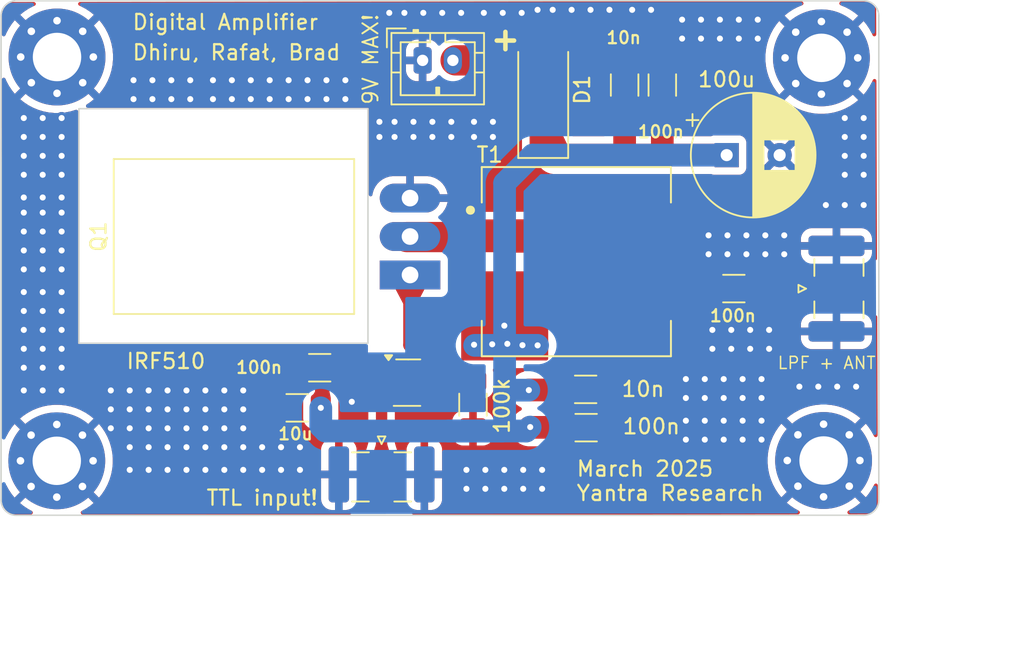
<source format=kicad_pcb>
(kicad_pcb (version 20241229) (generator "pcbnew") (generator_version "9.0")
  (layers (0 "F.Cu" signal) (2 "B.Cu" signal) (13 "F.Paste" user) (5 "F.SilkS" user "F.Silkscreen") (1 "F.Mask" user) (3 "B.Mask" user) (25 "Edge.Cuts" user))
  (net 0 "")
  (net 1 "GND")
  (net 2 "Net-(Q1-G)")
  (net 3 "/DRAIN")
  (net 4 "Net-(RF_OUT1-In)")
  (net 5 "Net-(D1-A)")
  (net 6 "Net-(RF_IN1-In)")
  (net 7 "Net-(C3-Pad2)")
  (net 8 "+VDC")
  (footprint "MountingHole:MountingHole_3.2mm_M3_Pad_Via" (layer "F.Cu") (at 3.68 30.4)
    (property "Reference" "H3" (hide yes))
    (property "Value" "MountingHole_Pad" (hide yes))
    (pad "1" thru_hole circle (at -2.4 0) (size 0.8 0.8) (drill 0.5) (layers "*.Cu" "*.Mask") (net 1 "GND"))
    (pad "1" thru_hole circle (at -1.697056 -1.697056) (size 0.8 0.8) (drill 0.5) (layers "*.Cu" "*.Mask") (net 1 "GND"))
    (pad "1" thru_hole circle (at -1.697056 1.697056) (size 0.8 0.8) (drill 0.5) (layers "*.Cu" "*.Mask") (net 1 "GND"))
    (pad "1" thru_hole circle (at 0 -2.4) (size 0.8 0.8) (drill 0.5) (layers "*.Cu" "*.Mask") (net 1 "GND"))
    (pad "1" thru_hole circle (at 0 0) (size 6.4 6.4) (drill 3.2) (layers "*.Cu" "*.Mask") (net 1 "GND"))
    (pad "1" thru_hole circle (at 0 2.4) (size 0.8 0.8) (drill 0.5) (layers "*.Cu" "*.Mask") (net 1 "GND"))
    (pad "1" thru_hole circle (at 1.697056 -1.697056) (size 0.8 0.8) (drill 0.5) (layers "*.Cu" "*.Mask") (net 1 "GND"))
    (pad "1" thru_hole circle (at 1.697056 1.697056) (size 0.8 0.8) (drill 0.5) (layers "*.Cu" "*.Mask") (net 1 "GND"))
    (pad "1" thru_hole circle (at 2.4 0) (size 0.8 0.8) (drill 0.5) (layers "*.Cu" "*.Mask") (net 1 "GND"))
  )
  (footprint "footprints:TO-220-3_Horizontal_TabDown" (layer "F.Cu") (at 27.022944 18.12 90)
    (property "Reference" "Q1" (at 2.54 -20.58 90) (layer "F.SilkS"))
    (property "Value" "IRF510" (hide yes))
    (pad "" np_thru_hole oval (at 2.54 -16.66 90) (size 3.5 3.5) (drill 3.5) (layers "*.Cu" "*.Mask"))
    (pad "1" thru_hole rect (at 0 0 90) (size 1.905 4) (drill 1.1) (layers "*.Cu" "*.Mask") (net 2 "Net-(Q1-G)"))
    (pad "2" thru_hole oval (at 2.54 0 90) (size 1.905 4) (drill 1.1) (layers "*.Cu" "*.Mask") (net 3 "/DRAIN"))
    (pad "3" thru_hole oval (at 5.08 0 90) (size 1.905 4) (drill 1.1) (layers "*.Cu" "*.Mask") (net 1 "GND"))
  )
  (footprint "Connector_Coaxial:SMA_Samtec_SMA-J-P-H-ST-EM1_EdgeMount" (layer "F.Cu") (at 55.45 19.025)
    (property "Reference" "RF_OUT1" (hide yes))
    (property "Value" "SMA" (hide yes))
    (pad "1" smd roundrect (at 0 0 90) (size 1.27 3.2) (layers "F.Cu" "F.Mask") (roundrect_rratio 0.1968503937) (net 4 "Net-(RF_OUT1-In)"))
    (pad "2" smd roundrect (at -0.25 -2.825 90) (size 1.35 3.7) (layers "F.Cu" "F.Mask") (roundrect_rratio 0.1851851852) (net 1 "GND"))
    (pad "2" smd roundrect (at -0.25 -2.825 90) (size 1.35 3.7) (layers "B.Cu" "B.Mask") (roundrect_rratio 0.1851851852) (net 1 "GND"))
    (pad "2" smd roundrect (at -0.25 2.825 90) (size 1.35 3.7) (layers "F.Cu" "F.Mask") (roundrect_rratio 0.1851851852) (net 1 "GND"))
    (pad "2" smd roundrect (at -0.25 2.825 90) (size 1.35 3.7) (layers "B.Cu" "B.Mask") (roundrect_rratio 0.1851851852) (net 1 "GND"))
  )
  (footprint "Capacitor_SMD:C_1206_3216Metric_Pad1.33x1.80mm_HandSolder" (layer "F.Cu") (at 38.66 28.21)
    (property "Reference" "C12" (hide yes))
    (property "Value" "100n" (at 4.31 -0.08 180) (layer "F.SilkS"))
    (pad "1" smd roundrect (at -1.5625 0) (size 1.325 1.8) (layers "F.Cu" "F.Mask" "F.Paste") (roundrect_rratio 0.188679) (net 8 "+VDC"))
    (pad "2" smd roundrect (at 1.5625 0) (size 1.325 1.8) (layers "F.Cu" "F.Mask" "F.Paste") (roundrect_rratio 0.188679) (net 1 "GND"))
  )
  (footprint "Capacitor_SMD:C_1206_3216Metric_Pad1.33x1.80mm_HandSolder" (layer "F.Cu") (at 19.562944 26.9 180)
    (property "Reference" "C9" (hide yes))
    (property "Value" "10u" (at 0.11 -1.72 0) (layer "F.SilkS") (effects (font (size 0.8 0.8))))
    (pad "1" smd roundrect (at -1.5625 0 180) (size 1.325 1.8) (layers "F.Cu" "F.Mask" "F.Paste") (roundrect_rratio 0.1886792453) (net 8 "+VDC"))
    (pad "2" smd roundrect (at 1.5625 0 180) (size 1.325 1.8) (layers "F.Cu" "F.Mask" "F.Paste") (roundrect_rratio 0.1886792453) (net 1 "GND"))
  )
  (footprint "Capacitor_SMD:C_1206_3216Metric_Pad1.33x1.80mm_HandSolder" (layer "F.Cu") (at 21.052944 24.25 180)
    (property "Reference" "C4" (hide yes))
    (property "Value" "100n" (at 4 0.02 0) (layer "F.SilkS") (effects (font (size 0.8 0.8))))
    (pad "1" smd roundrect (at -1.5625 0 180) (size 1.325 1.8) (layers "F.Cu" "F.Mask" "F.Paste") (roundrect_rratio 0.1886792453) (net 8 "+VDC"))
    (pad "2" smd roundrect (at 1.5625 0 180) (size 1.325 1.8) (layers "F.Cu" "F.Mask" "F.Paste") (roundrect_rratio 0.1886792453) (net 1 "GND"))
  )
  (footprint "MountingHole:MountingHole_3.2mm_M3_Pad_Via" (layer "F.Cu") (at 54.35 30.38)
    (property "Reference" "H4" (hide yes))
    (property "Value" "MountingHole_Pad" (hide yes))
    (pad "1" thru_hole circle (at -2.4 0) (size 0.8 0.8) (drill 0.5) (layers "*.Cu" "*.Mask") (net 1 "GND"))
    (pad "1" thru_hole circle (at -1.697056 -1.697056) (size 0.8 0.8) (drill 0.5) (layers "*.Cu" "*.Mask") (net 1 "GND"))
    (pad "1" thru_hole circle (at -1.697056 1.697056) (size 0.8 0.8) (drill 0.5) (layers "*.Cu" "*.Mask") (net 1 "GND"))
    (pad "1" thru_hole circle (at 0 -2.4) (size 0.8 0.8) (drill 0.5) (layers "*.Cu" "*.Mask") (net 1 "GND"))
    (pad "1" thru_hole circle (at 0 0) (size 6.4 6.4) (drill 3.2) (layers "*.Cu" "*.Mask") (net 1 "GND"))
    (pad "1" thru_hole circle (at 0 2.4) (size 0.8 0.8) (drill 0.5) (layers "*.Cu" "*.Mask") (net 1 "GND"))
    (pad "1" thru_hole circle (at 1.697056 -1.697056) (size 0.8 0.8) (drill 0.5) (layers "*.Cu" "*.Mask") (net 1 "GND"))
    (pad "1" thru_hole circle (at 1.697056 1.697056) (size 0.8 0.8) (drill 0.5) (layers "*.Cu" "*.Mask") (net 1 "GND"))
    (pad "1" thru_hole circle (at 2.4 0) (size 0.8 0.8) (drill 0.5) (layers "*.Cu" "*.Mask") (net 1 "GND"))
  )
  (footprint "Connector_Coaxial:SMA_Samtec_SMA-J-P-H-ST-EM1_EdgeMount" (layer "F.Cu") (at 25.142944 31.55 -90)
    (property "Reference" "RF_IN1" (hide yes))
    (property "Value" "SMA" (hide yes))
    (pad "1" smd roundrect (at 0 0) (size 1.27 3.2) (layers "F.Cu" "F.Mask") (roundrect_rratio 0.1968503937) (net 6 "Net-(RF_IN1-In)"))
    (pad "2" smd roundrect (at -0.25 -2.825) (size 1.35 3.7) (layers "F.Cu" "F.Mask") (roundrect_rratio 0.1851851852) (net 1 "GND"))
    (pad "2" smd roundrect (at -0.25 -2.825) (size 1.35 3.7) (layers "B.Cu" "B.Mask") (roundrect_rratio 0.1851851852) (net 1 "GND"))
    (pad "2" smd roundrect (at -0.25 2.825) (size 1.35 3.7) (layers "F.Cu" "F.Mask") (roundrect_rratio 0.1851851852) (net 1 "GND"))
    (pad "2" smd roundrect (at -0.25 2.825) (size 1.35 3.7) (layers "B.Cu" "B.Mask") (roundrect_rratio 0.1851851852) (net 1 "GND"))
  )
  (footprint "Capacitor_SMD:C_1206_3216Metric_Pad1.33x1.80mm_HandSolder" (layer "F.Cu") (at 48.420444 19.02 180)
    (property "Reference" "C3" (hide yes))
    (property "Value" "100n" (at 0.06 -1.8 180) (layer "F.SilkS") (effects (font (size 0.8 0.8))))
    (pad "1" smd roundrect (at -1.5625 0 180) (size 1.325 1.8) (layers "F.Cu" "F.Mask" "F.Paste") (roundrect_rratio 0.1886792453) (net 4 "Net-(RF_OUT1-In)"))
    (pad "2" smd roundrect (at 1.5625 0 180) (size 1.325 1.8) (layers "F.Cu" "F.Mask" "F.Paste") (roundrect_rratio 0.1886792453) (net 7 "Net-(C3-Pad2)"))
  )
  (footprint "Package_TO_SOT_SMD:TSOT-23-5_HandSoldering" (layer "F.Cu") (at 26.822944 25.21)
    (property "Reference" "U2" (hide yes))
    (property "Value" "UCC27517DBVR" (hide yes))
    (pad "1" smd roundrect (at -1.71 -0.95) (size 2 0.65) (layers "F.Cu" "F.Mask" "F.Paste") (net 8 "+VDC"))
    (pad "2" smd roundrect (at -1.71 0) (size 2 0.65) (layers "F.Cu" "F.Mask" "F.Paste") (net 1 "GND"))
    (pad "3" smd roundrect (at -1.71 0.95) (size 2 0.65) (layers "F.Cu" "F.Mask" "F.Paste") (net 6 "Net-(RF_IN1-In)"))
    (pad "4" smd roundrect (at 1.71 0.95) (size 2 0.65) (layers "F.Cu" "F.Mask" "F.Paste") (net 1 "GND"))
    (pad "5" smd roundrect (at 1.71 -0.95) (size 2 0.65) (layers "F.Cu" "F.Mask" "F.Paste") (net 2 "Net-(Q1-G)"))
  )
  (footprint "Capacitor_THT:CP_Radial_D8.0mm_P3.50mm" (layer "F.Cu") (at 47.947349 10.2)
    (property "Reference" "C6" (hide yes))
    (property "Value" "100u" (at 0 -5 0) (layer "F.SilkS"))
    (pad "1" thru_hole rect (at 0 0) (size 1.6 1.6) (drill 0.8) (layers "*.Cu" "*.Mask") (net 8 "+VDC"))
    (pad "2" thru_hole circle (at 3.5 0) (size 1.6 1.6) (drill 0.8) (layers "*.Cu" "*.Mask") (net 1 "GND"))
  )
  (footprint "footprints:IND_SRF1260A-4R7Y-Longer-Pads" (layer "F.Cu") (at 38.012944 17.24)
    (property "Reference" "T1" (at -5.725 -7.065 0) (layer "F.SilkS") (effects (font (size 1.001409 1.001409))))
    (property "Value" "SRF1260A-4R7Y" (hide yes))
    (pad "1" smd rect (at -4.75 -1.715 180) (size 5.5 2.15) (layers "F.Cu" "F.Mask" "F.Paste") (net 3 "/DRAIN"))
    (pad "2" smd rect (at -4.75 1.715 180) (size 5.5 2.15) (layers "F.Cu" "F.Mask" "F.Paste") (net 8 "+VDC"))
    (pad "3" smd rect (at 4.75 1.715 180) (size 5.5 2.15) (layers "F.Cu" "F.Mask" "F.Paste") (net 7 "Net-(C3-Pad2)"))
    (pad "4" smd rect (at 4.75 -1.715 180) (size 5.5 2.15) (layers "F.Cu" "F.Mask" "F.Paste") (net 3 "/DRAIN"))
  )
  (footprint "MountingHole:MountingHole_3.2mm_M3_Pad_Via" (layer "F.Cu") (at 3.695888 3.717056)
    (property "Reference" "H1" (hide yes))
    (property "Value" "MountingHole_Pad" (hide yes))
    (pad "1" thru_hole circle (at -2.4 0) (size 0.8 0.8) (drill 0.5) (layers "*.Cu" "*.Mask") (net 1 "GND"))
    (pad "1" thru_hole circle (at -1.697056 -1.697056) (size 0.8 0.8) (drill 0.5) (layers "*.Cu" "*.Mask") (net 1 "GND"))
    (pad "1" thru_hole circle (at -1.697056 1.697056) (size 0.8 0.8) (drill 0.5) (layers "*.Cu" "*.Mask") (net 1 "GND"))
    (pad "1" thru_hole circle (at 0 -2.4) (size 0.8 0.8) (drill 0.5) (layers "*.Cu" "*.Mask") (net 1 "GND"))
    (pad "1" thru_hole circle (at 0 0) (size 6.4 6.4) (drill 3.2) (layers "*.Cu" "*.Mask") (net 1 "GND"))
    (pad "1" thru_hole circle (at 0 2.4) (size 0.8 0.8) (drill 0.5) (layers "*.Cu" "*.Mask") (net 1 "GND"))
    (pad "1" thru_hole circle (at 1.697056 -1.697056) (size 0.8 0.8) (drill 0.5) (layers "*.Cu" "*.Mask") (net 1 "GND"))
    (pad "1" thru_hole circle (at 1.697056 1.697056) (size 0.8 0.8) (drill 0.5) (layers "*.Cu" "*.Mask") (net 1 "GND"))
    (pad "1" thru_hole circle (at 2.4 0) (size 0.8 0.8) (drill 0.5) (layers "*.Cu" "*.Mask") (net 1 "GND"))
  )
  (footprint "Capacitor_SMD:C_1206_3216Metric_Pad1.33x1.80mm_HandSolder" (layer "F.Cu") (at 43.692944 5.57 90)
    (property "Reference" "C5" (hide yes))
    (property "Value" "100n" (at -3.09 -0.09 0) (layer "F.SilkS") (effects (font (size 0.8 0.8))))
    (pad "1" smd roundrect (at -1.5625 0 90) (size 1.325 1.8) (layers "F.Cu" "F.Mask" "F.Paste") (roundrect_rratio 0.1886792453) (net 8 "+VDC"))
    (pad "2" smd roundrect (at 1.5625 0 90) (size 1.325 1.8) (layers "F.Cu" "F.Mask" "F.Paste") (roundrect_rratio 0.1886792453) (net 1 "GND"))
  )
  (footprint "Capacitor_SMD:C_1206_3216Metric_Pad1.33x1.80mm_HandSolder" (layer "F.Cu") (at 41.202944 5.57 90)
    (property "Reference" "C10" (hide yes))
    (property "Value" "10n" (at 3.13 -0.06 0) (layer "F.SilkS") (effects (font (size 0.8 0.8))))
    (pad "1" smd roundrect (at -1.5625 0 90) (size 1.325 1.8) (layers "F.Cu" "F.Mask" "F.Paste") (roundrect_rratio 0.1886792453) (net 8 "+VDC"))
    (pad "2" smd roundrect (at 1.5625 0 90) (size 1.325 1.8) (layers "F.Cu" "F.Mask" "F.Paste") (roundrect_rratio 0.1886792453) (net 1 "GND"))
  )
  (footprint "Connector_JST:JST_PH_B2B-PH-K_1x02_P2.00mm_Vertical" (layer "F.Cu") (at 27.852944 3.94)
    (property "Reference" "J1" (hide yes))
    (property "Value" "POWER" (hide yes))
    (pad "1" thru_hole roundrect (at 0 0) (size 1.2 1.75) (drill 0.75) (layers "*.Cu" "*.Mask") (roundrect_rratio 0.208333) (net 1 "GND"))
    (pad "2" thru_hole oval (at 2 0) (size 1.2 1.75) (drill 0.75) (layers "*.Cu" "*.Mask") (net 5 "Net-(D1-A)"))
  )
  (footprint "MountingHole:MountingHole_3.2mm_M3_Pad_Via" (layer "F.Cu") (at 54.205888 3.772944)
    (property "Reference" "H2" (hide yes))
    (property "Value" "MountingHole_Pad" (hide yes))
    (pad "1" thru_hole circle (at -2.4 0) (size 0.8 0.8) (drill 0.5) (layers "*.Cu" "*.Mask") (net 1 "GND"))
    (pad "1" thru_hole circle (at -1.697056 -1.697056) (size 0.8 0.8) (drill 0.5) (layers "*.Cu" "*.Mask") (net 1 "GND"))
    (pad "1" thru_hole circle (at -1.697056 1.697056) (size 0.8 0.8) (drill 0.5) (layers "*.Cu" "*.Mask") (net 1 "GND"))
    (pad "1" thru_hole circle (at 0 -2.4) (size 0.8 0.8) (drill 0.5) (layers "*.Cu" "*.Mask") (net 1 "GND"))
    (pad "1" thru_hole circle (at 0 0) (size 6.4 6.4) (drill 3.2) (layers "*.Cu" "*.Mask") (net 1 "GND"))
    (pad "1" thru_hole circle (at 0 2.4) (size 0.8 0.8) (drill 0.5) (layers "*.Cu" "*.Mask") (net 1 "GND"))
    (pad "1" thru_hole circle (at 1.697056 -1.697056) (size 0.8 0.8) (drill 0.5) (layers "*.Cu" "*.Mask") (net 1 "GND"))
    (pad "1" thru_hole circle (at 1.697056 1.697056) (size 0.8 0.8) (drill 0.5) (layers "*.Cu" "*.Mask") (net 1 "GND"))
    (pad "1" thru_hole circle (at 2.4 0) (size 0.8 0.8) (drill 0.5) (layers "*.Cu" "*.Mask") (net 1 "GND"))
  )
  (footprint "Resistor_SMD:R_1206_3216Metric_Pad1.30x1.75mm_HandSolder" (layer "F.Cu") (at 31.182944 26.69 -90)
    (property "Reference" "R3" (hide yes))
    (property "Value" "100k" (at 0.08 -1.91 90) (layer "F.SilkS"))
    (pad "1" smd roundrect (at -1.55 0 270) (size 1.3 1.75) (layers "F.Cu" "F.Mask" "F.Paste") (roundrect_rratio 0.1923076923) (net 2 "Net-(Q1-G)"))
    (pad "2" smd roundrect (at 1.55 0 270) (size 1.3 1.75) (layers "F.Cu" "F.Mask" "F.Paste") (roundrect_rratio 0.1923076923) (net 1 "GND"))
  )
  (footprint "Diode_SMD:D_SMA_Handsoldering" (layer "F.Cu") (at 35.822944 5.88 90)
    (property "Reference" "D1" (at 0 2.577056 90) (layer "F.SilkS"))
    (property "Value" "SS14" (hide yes))
    (pad "1" smd roundrect (at -2.5 0 90) (size 3.5 1.8) (layers "F.Cu" "F.Mask" "F.Paste") (roundrect_rratio 0.1388888889) (net 8 "+VDC"))
    (pad "2" smd roundrect (at 2.5 0 90) (size 3.5 1.8) (layers "F.Cu" "F.Mask" "F.Paste") (roundrect_rratio 0.1388888889) (net 5 "Net-(D1-A)"))
  )
  (footprint "Capacitor_SMD:C_1206_3216Metric_Pad1.33x1.80mm_HandSolder" (layer "F.Cu") (at 38.627944 25.68)
    (property "Reference" "C2" (hide yes))
    (property "Value" "10n" (at 3.7975 -0.02 180) (layer "F.SilkS"))
    (pad "1" smd roundrect (at -1.5625 0) (size 1.325 1.8) (layers "F.Cu" "F.Mask" "F.Paste") (roundrect_rratio 0.188679) (net 8 "+VDC"))
    (pad "2" smd roundrect (at 1.5625 0) (size 1.325 1.8) (layers "F.Cu" "F.Mask" "F.Paste") (roundrect_rratio 0.188679) (net 1 "GND"))
  )
  (gr_line (start 57 34) (end 1 34) (stroke (width 0.1)) (layer "Edge.Cuts"))
  (gr_line (start 0 33) (end 0 1) (stroke (width 0.1)) (layer "Edge.Cuts"))
  (gr_rect (start 5.142944 7.13) (end 24.242944 22.63) (stroke (width 0.1)) (fill no) (layer "Edge.Cuts"))
  (gr_arc (start 1 34) (mid 0.292893 33.707107) (end 0 33) (stroke (width 0.1)) (layer "Edge.Cuts"))
  (gr_arc (start 58 33) (mid 57.707107 33.707107) (end 57 34) (stroke (width 0.1)) (layer "Edge.Cuts"))
  (gr_line (start 58 1) (end 58 33) (stroke (width 0.1)) (layer "Edge.Cuts"))
  (gr_arc (start 57 0) (mid 57.707107 0.292893) (end 58 1) (stroke (width 0.1)) (layer "Edge.Cuts"))
  (gr_line (start 1 0) (end 57 0) (stroke (width 0.1)) (layer "Edge.Cuts"))
  (gr_arc (start 0 1) (mid 0.292893 0.292893) (end 1 0) (stroke (width 0.1)) (layer "Edge.Cuts"))
  (gr_text "+" (at 32.2 3.4 0) (layer "F.SilkS") (effects (font (size 1.5 1.5) (thickness 0.3) (bold yes)) (justify left bottom)))
  (gr_text "9V MAX!" (at 25 6.95 90) (layer "F.SilkS") (effects (font (size 1 1) (thickness 0.125)) (justify left bottom)))
  (gr_text "LPF + ANT" (at 51.25 24.4 0) (layer "F.SilkS") (effects (font (size 0.8 0.8) (thickness 0.1)) (justify left bottom)))
  (gr_text "TTL input!" (at 13.49 33.43 0) (layer "F.SilkS") (effects (font (size 1 1)) (justify left bottom)))
  (gr_text "March 2025\nYantra Research" (at 37.95 33.12 0) (layer "F.SilkS") (effects (font (size 1 1)) (justify left bottom)))
  (gr_text "Digital Amplifier" (at 8.6 2 0) (layer "F.SilkS") (effects (font (size 1 1)) (justify left bottom)))
  (gr_text "Dhiru, Rafał, Brad" (at 8.6 4 0) (layer "F.SilkS") (effects (font (size 1 1)) (justify left bottom)))
  (gr_text "IRF510" (at 8.2 24.4 0) (layer "F.SilkS") (effects (font (size 1 1)) (justify left bottom)))
  (segment (start 24.112945 25.21) (end 25.112944 25.21) (width 0.5) (layer "F.Cu") (net 1))
  (segment (start 23.172944 26.150001) (end 24.112945 25.21) (width 0.5) (layer "F.Cu") (net 1))
  (segment (start 25.112944 25.21) (end 27.582944 25.21) (width 0.5) (layer "F.Cu") (net 1))
  (segment (start 23.172944 26.150001) (end 23.172944 26.5) (width 0.5) (layer "F.Cu") (net 1))
  (segment (start 27.582944 25.21) (end 28.532944 26.16) (width 0.5) (layer "F.Cu") (net 1))
  (via (at 51.75 16.75) (size 0.8) (drill 0.4) (layers "F.Cu" "B.Cu") (net 1))
  (via (at 57 9) (size 0.8) (drill 0.4) (layers "F.Cu" "B.Cu") (net 1))
  (via (at 2.75 25.75) (size 0.8) (drill 0.4) (layers "F.Cu" "B.Cu") (net 1))
  (via (at 30.4 0.8) (size 0.8) (drill 0.4) (layers "F.Cu" "B.Cu") (net 1))
  (via (at 55.75 9) (size 0.8) (drill 0.4) (layers "F.Cu" "B.Cu") (net 1))
  (via (at 20.25 6.5) (size 0.8) (drill 0.4) (layers "F.Cu" "B.Cu") (net 1))
  (via (at 50.75 23) (size 0.8) (drill 0.4) (layers "F.Cu" "B.Cu") (net 1))
  (via (at 25 9) (size 0.8) (drill 0.4) (layers "F.Cu" "B.Cu") (net 1))
  (via (at 46.5 27.75) (size 0.8) (drill 0.4) (layers "F.Cu" "B.Cu") (net 1))
  (via (at 4 23) (size 0.8) (drill 0.4) (layers "F.Cu" "B.Cu") (net 1))
  (via (at 2.75 13) (size 0.8) (drill 0.4) (layers "F.Cu" "B.Cu") (net 1))
  (via (at 11.25 6.5) (size 0.8) (drill 0.4) (layers "F.Cu" "B.Cu") (net 1))
  (via (at 57 13.5) (size 0.8) (drill 0.4) (layers "F.Cu" "B.Cu") (net 1))
  (via (at 57 10.25) (size 0.8) (drill 0.4) (layers "F.Cu" "B.Cu") (net 1))
  (via (at 50.75 21.75) (size 0.8) (drill 0.4) (layers "F.Cu" "B.Cu") (net 1))
  (via (at 4 9) (size 0.8) (drill 0.4) (layers "F.Cu" "B.Cu") (net 1))
  (via (at 16 29.5) (size 0.8) (drill 0.4) (layers "F.Cu" "B.Cu") (net 1))
  (via (at 42.95 0.6) (size 0.8) (drill 0.4) (layers "F.Cu" "B.Cu") (net 1))
  (via (at 56.5 25.5) (size 0.8) (drill 0.4) (layers "F.Cu" "B.Cu") (net 1))
  (via (at 29.75 8) (size 0.8) (drill 0.4) (layers "F.Cu" "B.Cu") (net 1))
  (via (at 7.25 25.75) (size 0.8) (drill 0.4) (layers "F.Cu" "B.Cu") (net 1))
  (via (at 4 16.5) (size 0.8) (drill 0.4) (layers "F.Cu" "B.Cu") (net 1))
  (via (at 8.5 29.5) (size 0.8) (drill 0.4) (layers "F.Cu" "B.Cu") (net 1))
  (via (at 31.9 0.8) (size 0.8) (drill 0.4) (layers "F.Cu" "B.Cu") (net 1))
  (via (at 9.75 25.75) (size 0.8) (drill 0.4) (layers "F.Cu" "B.Cu") (net 1))
  (via (at 46.75 16.75) (size 0.8) (drill 0.4) (layers "F.Cu" "B.Cu") (net 1))
  (via (at 13.5 31) (size 0.8) (drill 0.4) (layers "F.Cu" "B.Cu") (net 1))
  (via (at 25 8) (size 0.8) (drill 0.4) (layers "F.Cu" "B.Cu") (net 1))
  (via (at 28.5 9) (size 0.8) (drill 0.4) (layers "F.Cu" "B.Cu") (net 1))
  (via (at 17.25 31) (size 0.8) (drill 0.4) (layers "F.Cu" "B.Cu") (net 1))
  (via (at 4 15.25) (size 0.8) (drill 0.4) (layers "F.Cu" "B.Cu") (net 1))
  (via (at 55.75 10.25) (size 0.8) (drill 0.4) (layers "F.Cu" "B.Cu") (net 1))
  (via (at 1.5 14) (size 0.8) (drill 0.4) (layers "F.Cu" "B.Cu") (net 1))
  (via (at 47.75 29) (size 0.8) (drill 0.4) (layers "F.Cu" "B.Cu") (net 1))
  (via (at 45.25 29) (size 0.8) (drill 0.4) (layers "F.Cu" "B.Cu") (net 1))
  (via (at 12.5 5.25) (size 0.8) (drill 0.4) (layers "F.Cu" "B.Cu") (net 1))
  (via (at 36.45 0.6) (size 0.8) (drill 0.4) (layers "F.Cu" "B.Cu") (net 1))
  (via (at 9.75 29.5) (size 0.8) (drill 0.4) (layers "F.Cu" "B.Cu") (net 1))
  (via (at 12.5 6.5) (size 0.8) (drill 0.4) (layers "F.Cu" "B.Cu") (net 1))
  (via (at 1.5 17.75) (size 0.8) (drill 0.4) (layers "F.Cu" "B.Cu") (net 1))
  (via (at 57 7.75) (size 0.8) (drill 0.4) (layers "F.Cu" "B.Cu") (net 1))
  (via (at 16 27) (size 0.8) (drill 0.4) (layers "F.Cu" "B.Cu") (net 1))
  (via (at 17.75 5.25) (size 0.8) (drill 0.4) (layers "F.Cu" "B.Cu") (net 1))
  (via (at 14.75 31) (size 0.8) (drill 0.4) (layers "F.Cu" "B.Cu") (net 1))
  (via (at 4 25.75) (size 0.8) (drill 0.4) (layers "F.Cu" "B.Cu") (net 1))
  (via (at 38.95 0.6) (size 0.8) (drill 0.4) (layers "F.Cu" "B.Cu") (net 1))
  (via (at 28.5 8) (size 0.8) (drill 0.4) (layers "F.Cu" "B.Cu") (net 1))
  (via (at 2.75 16.5) (size 0.8) (drill 0.4) (layers "F.Cu" "B.Cu") (net 1))
  (via (at 48.25 23) (size 0.8) (drill 0.4) (layers "F.Cu" "B.Cu") (net 1))
  (via (at 46.5 29) (size 0.8) (drill 0.4) (layers "F.Cu" "B.Cu") (net 1))
  (via (at 4 11.5) (size 0.8) (drill 0.4) (layers "F.Cu" "B.Cu") (net 1))
  (via (at 8.5 28.25) (size 0.8) (drill 0.4) (layers "F.Cu" "B.Cu") (net 1))
  (via (at 10 6.5) (size 0.8) (drill 0.4) (layers "F.Cu" "B.Cu") (net 1))
  (via (at 2.75 23) (size 0.8) (drill 0.4) (layers "F.Cu" "B.Cu") (net 1))
  (via (at 46.75 15.5) (size 0.8) (drill 0.4) (layers "F.Cu" "B.Cu") (net 1))
  (via (at 14 6.5) (size 0.8) (drill 0.4) (layers "F.Cu" "B.Cu") (net 1))
  (via (at 35.75 32.25) (size 0.8) (drill 0.4) (layers "F.Cu" "B.Cu") (net 1))
  (via (at 33.25 32.25) (size 0.8) (drill 0.4) (layers "F.Cu" "B.Cu") (net 1))
  (via (at 11 31) (size 0.8) (drill 0.4) (layers "F.Cu" "B.Cu") (net 1))
  (via (at 34.5 31) (size 0.8) (drill 0.4) (layers "F.Cu" "B.Cu") (net 1))
  (via (at 1.5 21.75) (size 0.8) (drill 0.4) (layers "F.Cu" "B.Cu") (net 1))
  (via (at 22.75 6.5) (size 0.8) (drill 0.4) (layers "F.Cu" "B.Cu") (net 1))
  (via (at 34.5 32.25) (size 0.8) (drill 0.4) (layers "F.Cu" "B.Cu") (net 1))
  (via (at 2.75 10.25) (size 0.8) (drill 0.4) (layers "F.Cu" "B.Cu") (net 1))
  (via (at 31.25 9) (size 0.8) (drill 0.4) (layers "F.Cu" "B.Cu") (net 1))
  (via (at 17.75 6.5) (size 0.8) (drill 0.4) (layers "F.Cu" "B.Cu") (net 1))
  (via (at 52.75 25.5) (size 0.8) (drill 0.4) (layers "F.Cu" "B.Cu") (net 1))
  (via (at 2.75 7.75) (size 0.8) (drill 0.4) (layers "F.Cu" "B.Cu") (net 1))
  (via (at 35.75 31) (size 0.8) (drill 0.4) (layers "F.Cu" "B.Cu") (net 1))
  (via (at 11 28.25) (size 0.8) (drill 0.4) (layers "F.Cu" "B.Cu") (net 1))
  (via (at 45.25 25) (size 0.8) (drill 0.4) (layers "F.Cu" "B.Cu") (net 1))
  (via (at 4 19.25) (size 0.8) (drill 0.4) (layers "F.Cu" "B.Cu") (net 1))
  (via (at 4 17.75) (size 0.8) (drill 0.4) (layers "F.Cu" "B.Cu") (net 1))
  (via (at 12.25 29.5) (size 0.8) (drill 0.4) (layers "F.Cu" "B.Cu") (net 1))
  (via (at 1.5 7.75) (size 0.8) (drill 0.4) (layers "F.Cu" "B.Cu") (net 1))
  (via (at 32 31) (size 0.8) (drill 0.4) (layers "F.Cu" "B.Cu") (net 1))
  (via (at 27.25 9) (size 0.8) (drill 0.4) (layers "F.Cu" "B.Cu") (net 1))
  (via (at 49.25 15.5) (size 0.8) (drill 0.4) (layers "F.Cu" "B.Cu") (net 1))
  (via (at 45.25 26.25) (size 0.8) (drill 0.4) (layers "F.Cu" "B.Cu") (net 1))
  (via (at 7.25 27) (size 0.8) (drill 0.4) (layers "F.Cu" "B.Cu") (net 1))
  (via (at 45 1.25) (size 0.8) (drill 0.4) (layers "F.Cu" "B.Cu") (net 1))
  (via (at 9.75 31) (size 0.8) (drill 0.4) (layers "F.Cu" "B.Cu") (net 1))
  (via (at 11 25.75) (size 0.8) (drill 0.4) (layers "F.Cu" "B.Cu") (net 1))
  (via (at 29.75 9) (size 0.8) (drill 0.4) (layers "F.Cu" "B.Cu") (net 1))
  (via (at 13.5 28.25) (size 0.8) (drill 0.4) (layers "F.Cu" "B.Cu") (net 1))
  (via (at 50.25 29) (size 0.8) (drill 0.4) (layers "F.Cu" "B.Cu") (net 1))
  (via (at 8.75 6.5) (size 0.8) (drill 0.4) (layers "F.Cu" "B.Cu") (net 1))
  (via (at 15.25 5.25) (size 0.8) (drill 0.4) (layers "F.Cu" "B.Cu") (net 1))
  (via (at 14 5.25) (size 0.8) (drill 0.4) (layers "F.Cu" "B.Cu") (net 1))
  (via (at 54.5 13.5) (size 0.8) (drill 0.4) (layers "F.Cu" "B.Cu") (net 1))
  (via (at 55.25 25.5) (size 0.8) (drill 0.4) (layers "F.Cu" "B.Cu") (net 1))
  (via (at 22.75 5.25) (size 0.8) (drill 0.4) (layers "F.Cu" "B.Cu") (net 1))
  (via (at 30.75 31) (size 0.8) (drill 0.4) (layers "F.Cu" "B.Cu") (net 1))
  (via (at 50.5 16.75) (size 0.8) (drill 0.4) (layers "F.Cu" "B.Cu") (net 1))
  (via (at 49 26.25) (size 0.8) (drill 0.4) (layers "F.Cu" "B.Cu") (net 1))
  (via (at 8.75 5.25) (size 0.8) (drill 0.4) (layers "F.Cu" "B.Cu") (net 1))
  (via (at 12.25 27) (size 0.8) (drill 0.4) (layers "F.Cu" "B.Cu") (net 1))
  (via (at 19 6.5) (size 0.8) (drill 0.4) (layers "F.Cu" "B.Cu") (net 1))
  (via (at 23.172944 26.5) (size 0.8) (drill 0.4) (layers "F.Cu" "B.Cu") (net 1))
  (via (at 17.25 29.5) (size 0.8) (drill 0.4) (layers "F.Cu" "B.Cu") (net 1))
  (via (at 8.5 27) (size 0.8) (drill 0.4) (layers "F.Cu" "B.Cu") (net 1))
  (via (at 8.5 25.75) (size 0.8) (drill 0.4) (layers "F.Cu" "B.Cu") (net 1))
  (via (at 48.75 2.5) (size 0.8) (drill 0.4) (layers "F.Cu" "B.Cu") (net 1))
  (via (at 49 29) (size 0.8) (drill 0.4) (layers "F.Cu" "B.Cu") (net 1))
  (via (at 48 15.5) (size 0.8) (drill 0.4) (layers "F.Cu" "B.Cu") (net 1))
  (via (at 37.7 0.6) (size 0.8) (drill 0.4) (layers "F.Cu" "B.Cu") (net 1))
  (via (at 2.75 24.25) (size 0.8) (drill 0.4) (layers "F.Cu" "B.Cu") (net 1))
  (via (at 48.25 21.75) (size 0.8) (drill 0.4) (layers "F.Cu" "B.Cu") (net 1))
  (via (at 50 2.5) (size 0.8) (drill 0.4) (layers "F.Cu" "B.Cu") (net 1))
  (via (at 49 27.75) (size 0.8) (drill 0.4) (layers "F.Cu" "B.Cu") (net 1))
  (via (at 16 25.75) (size 0.8) (drill 0.4) (layers "F.Cu" "B.Cu") (net 1))
  (via (at 50.25 27.75) (size 0.8) (drill 0.4) (layers "F.Cu" "B.Cu") (net 1))
  (via (at 13.5 27) (size 0.8) (drill 0.4) (layers "F.Cu" "B.Cu") (net 1))
  (via (at 2.75 19.25) (size 0.8) (drill 0.4) (layers "F.Cu" "B.Cu") (net 1))
  (via (at 13.5 25.75) (size 0.8) (drill 0.4) (layers "F.Cu" "B.Cu") (net 1))
  (via (at 26 8) (size 0.8) (drill 0.4) (layers "F.Cu" "B.Cu") (net 1))
  (via (at 10 5.25) (size 0.8) (drill 0.4) (layers "F.Cu" "B.Cu") (net 1))
  (via (at 4 13) (size 0.8) (drill 0.4) (layers "F.Cu" "B.Cu") (net 1))
  (via (at 2.75 21.75) (size 0.8) (drill 0.4) (layers "F.Cu" "B.Cu") (net 1))
  (via (at 41.7 0.6) (size 0.8) (drill 0.4) (layers "F.Cu" "B.Cu") (net 1))
  (via (at 40.2 0.6) (size 0.8) (drill 0.4) (layers "F.Cu" "B.Cu") (net 1))
  (via (at 2.75 17.75) (size 0.8) (drill 0.4) (layers "F.Cu" "B.Cu") (net 1))
  (via (at 1.5 16.5) (size 0.8) (drill 0.4) (layers "F.Cu" "B.Cu") (net 1))
  (via (at 19 5.25) (size 0.8) (drill 0.4) (layers "F.Cu" "B.Cu") (net 1))
  (via (at 7.25 28.25) (size 0.8) (drill 0.4) (layers "F.Cu" "B.Cu") (net 1))
  (via (at 14.75 27) (size 0.8) (drill 0.4) (layers "F.Cu" "B.Cu") (net 1))
  (via (at 1.5 10.25) (size 0.8) (drill 0.4) (layers "F.Cu" "B.Cu") (net 1))
  (via (at 26 9) (size 0.8) (drill 0.4) (layers "F.Cu" "B.Cu") (net 1))
  (via (at 30.75 32.25) (size 0.8) (drill 0.4) (layers "F.Cu" "B.Cu") (net 1))
  (via (at 8.5 31) (size 0.8) (drill 0.4) (layers "F.Cu" "B.Cu") (net 1))
  (via (at 50.5 15.5) (size 0.8) (drill 0.4) (layers "F.Cu" "B.Cu") (net 1))
  (via (at 46.5 26.25) (size 0.8) (drill 0.4) (layers "F.Cu" "B.Cu") (net 1))
  (via (at 47 23) (size 0.8) (drill 0.4) (layers "F.Cu" "B.Cu") (net 1))
  (via (at 46.25 2.5) (size 0.8) (drill 0.4) (layers "F.Cu" "B.Cu") (net 1))
  (via (at 48 16.75) (size 0.8) (drill 0.4) (layers "F.Cu" "B.Cu") (net 1))
  (via (at 49.25 16.75) (size 0.8) (drill 0.4) (layers "F.Cu" "B.Cu") (net 1))
  (via (at 47.75 27.75) (size 0.8) (drill 0.4) (layers "F.Cu" "B.Cu") (net 1))
  (via (at 32.5 8) (size 0.8) (drill 0.4) (layers "F.Cu" "B.Cu") (net 1))
  (via (at 21.5 6.5) (size 0.8) (drill 0.4) (layers "F.Cu" "B.Cu") (net 1))
  (via (at 14.75 29.5) (size 0.8) (drill 0.4) (layers "F.Cu" "B.Cu") (net 1))
  (via (at 32.5 9) (size 0.8) (drill 0.4) (layers "F.Cu" "B.Cu") (net 1))
  (via (at 31.25 8) (size 0.8) (drill 0.4) (layers "F.Cu" "B.Cu") (net 1))
  (via (at 2.75 9) (size 0.8) (drill 0.4) (layers "F.Cu" "B.Cu") (net 1))
  (via (at 27.25 8) (size 0.8) (drill 0.4) (layers "F.Cu" "B.Cu") (net 1))
  (via (at 13.5 29.5) (size 0.8) (drill 0.4) (layers "F.Cu" "B.Cu") (net 1))
  (via (at 55.75 13.5) (size 0.8) (drill 0.4) (layers "F.Cu" "B.Cu") (net 1))
  (via (at 18.5 29.5) (size 0.8) (drill 0.4) (layers "F.Cu" "B.Cu") (net 1))
  (via (at 2.75 20.5) (size 0.8) (drill 0.4) (layers "F.Cu" "B.Cu") (net 1))
  (via (at 16.5 6.5) (size 0.8) (drill 0.4) (layers "F.Cu" "B.Cu") (net 1))
  (via (at 47.5 1.25) (size 0.8) (drill 0.4) (layers "F.Cu" "B.Cu") (net 1))
  (via (at 4 7.75) (size 0.8) (drill 0.4) (layers "F.Cu" "B.Cu") (net 1))
  (via (at 1.5 25.75) (size 0.8) (drill 0.4) (layers "F.Cu" "B.Cu") (net 1))
  (via (at 12.25 28.25) (size 0.8) (drill 0.4) (layers "F.Cu" "B.Cu") (net 1))
  (via (at 12.25 25.75) (size 0.8) (drill 0.4) (layers "F.Cu" "B.Cu") (net 1))
  (via (at 46.5 25) (size 0.8) (drill 0.4) (layers "F.Cu" "B.Cu") (net 1))
  (via (at 16 28.25) (size 0.8) (drill 0.4) (layers "F.Cu" "B.Cu") (net 1))
  (via (at 2.75 11.5) (size 0.8) (drill 0.4) (layers "F.Cu" "B.Cu") (net 1))
  (via (at 33.15 0.8) (size 0.8) (drill 0.4) (layers "F.Cu" "B.Cu") (net 1))
  (via (at 47 21.75) (size 0.8) (drill 0.4) (layers "F.Cu" "B.Cu") (net 1))
  (via (at 27.9 0.8) (size 0.8) (drill 0.4) (layers "F.Cu" "B.Cu") (net 1))
  (via (at 45.25 27.75) (size 0.8) (drill 0.4) (layers "F.Cu" "B.Cu") (net 1))
  (via (at 50.25 26.25) (size 0.8) (drill 0.4) (layers "F.Cu" "B.Cu") (net 1))
  (via (at 49.5 21.75) (size 0.8) (drill 0.4) (layers "F.Cu" "B.Cu") (net 1))
  (via (at 4 20.5) (size 0.8) (drill 0.4) (layers "F.Cu" "B.Cu") (net 1))
  (via (at 1.5 23) (size 0.8) (drill 0.4) (layers "F.Cu" "B.Cu") (net 1))
  (via (at 1.5 11.5) (size 0.8) (drill 0.4) (layers "F.Cu" "B.Cu") (net 1))
  (via (at 50 1.25) (size 0.8) (drill 0.4) (layers "F.Cu" "B.Cu") (net 1))
  (via (at 16 31) (size 0.8) (drill 0.4) (layers "F.Cu" "B.Cu") (net 1))
  (via (at 11 27) (size 0.8) (drill 0.4) (layers "F.Cu" "B.Cu") (net 1))
  (via (at 35.45 0.6) (size 0.8) (drill 0.4) (layers "F.Cu" "B.Cu") (net 1))
  (via (at 4 24.25) (size 0.8) (drill 0.4) (layers "F.Cu" "B.Cu") (net 1))
  (via (at 1.5 19.25) (size 0.8) (drill 0.4) (layers "F.Cu" "B.Cu") (net 1))
  (via (at 57 11.5) (size 0.8) (drill 0.4) (layers "F.Cu" "B.Cu") (net 1))
  (via (at 1.5 24.25) (size 0.8) (drill 0.4) (layers "F.Cu" "B.Cu") (net 1))
  (via (at 47.5 2.5) (size 0.8) (drill 0.4) (layers "F.Cu" "B.Cu") (net 1))
  (via (at 54 25.5) (size 0.8) (drill 0.4) (layers "F.Cu" "B.Cu") (net 1))
  (via (at 20.25 5.25) (size 0.8) (drill 0.4) (layers "F.Cu" "B.Cu") (net 1))
  (via (at 19.75 29.5) (size 0.8) (drill 0.4) (layers "F.Cu" "B.Cu") (net 1))
  (via (at 47.75 26.25) (size 0.8) (drill 0.4) (layers "F.Cu" "B.Cu") (net 1))
  (via (at 1.5 9) (size 0.8) (drill 0.4) (layers "F.Cu" "B.Cu") (net 1))
  (via (at 49.5 23) (size 0.8) (drill 0.4) (layers "F.Cu" "B.Cu") (net 1))
  (via (at 47.75 25) (size 0.8) (drill 0.4) (layers "F.Cu" "B.Cu") (net 1))
  (via (at 48.75 1.25) (size 0.8) (drill 0.4) (layers "F.Cu" "B.Cu") (net 1))
  (via (at 26.65 0.8) (size 0.8) (drill 0.4) (layers "F.Cu" "B.Cu") (net 1))
  (via (at 46.25 1.25) (size 0.8) (drill 0.4) (layers "F.Cu" "B.Cu") (net 1))
  (via (at 34.4 0.8) (size 0.8) (drill 0.4) (layers "F.Cu" "B.Cu") (net 1))
  (via (at 12.25 31) (size 0.8) (drill 0.4) (layers "F.Cu" "B.Cu") (net 1))
  (via (at 2.75 14) (size 0.8) (drill 0.4) (layers "F.Cu" "B.Cu") (net 1))
  (via (at 21.5 5.25) (size 0.8) (drill 0.4) (layers "F.Cu" "B.Cu") (net 1))
  (via (at 4 10.25) (size 0.8) (drill 0.4) (layers "F.Cu" "B.Cu") (net 1))
  (via (at 2.75 15.25) (size 0.8) (drill 0.4) (layers "F.Cu" "B.Cu") (net 1))
  (via (at 55.75 7.75) (size 0.8) (drill 0.4) (layers "F.Cu" "B.Cu") (net 1))
  (via (at 51.75 15.5) (size 0.8) (drill 0.4) (layers "F.Cu" "B.Cu") (net 1))
  (via (at 1.5 13) (size 0.8) (drill 0.4) (layers "F.Cu" "B.Cu") (net 1))
  (via (at 15.25 6.5) (size 0.8) (drill 0.4) (layers "F.Cu" "B.Cu") (net 1))
  (via (at 1.5 15.25) (size 0.8) (drill 0.4) (layers "F.Cu" "B.Cu") (net 1))
  (via (at 14.75 25.75) (size 0.8) (drill 0.4) (layers "F.Cu" "B.Cu") (net 1))
  (via (at 18.5 31) (size 0.8) (drill 0.4) (layers "F.Cu" "B.Cu") (net 1))
  (via (at 33.25 31) (size 0.8) (drill 0.4) (layers "F.Cu" "B.Cu") (net 1))
  (via (at 45 2.5) (size 0.8) (drill 0.4) (layers "F.Cu" "B.Cu") (net 1))
  (via (at 29.15 0.8) (size 0.8) (drill 0.4) (layers "F.Cu" "B.Cu") (net 1))
  (via (at 1.5 20.5) (size 0.8) (drill 0.4) (layers "F.Cu" "B.Cu") (net 1))
  (via (at 14.75 28.25) (size 0.8) (drill 0.4) (layers "F.Cu" "B.Cu") (net 1))
  (via (at 9.75 28.25) (size 0.8) (drill 0.4) (layers "F.Cu" "B.Cu") (net 1))
  (via (at 50.25 25) (size 0.8) (drill 0.4) (layers "F.Cu" "B.Cu") (net 1))
  (via (at 9.75 27) (size 0.8) (drill 0.4) (layers "F.Cu" "B.Cu") (net 1))
  (via (at 4 14) (size 0.8) (drill 0.4) (layers "F.Cu" "B.Cu") (net 1))
  (via (at 11 29.5) (size 0.8) (drill 0.4) (layers "F.Cu" "B.Cu") (net 1))
  (via (at 55.75 11.5) (size 0.8) (drill 0.4) (layers "F.Cu" "B.Cu") (net 1))
  (via (at 4 21.75) (size 0.8) (drill 0.4) (layers "F.Cu" "B.Cu") (net 1))
  (via (at 49 25) (size 0.8) (drill 0.4) (layers "F.Cu" "B.Cu") (net 1))
  (via (at 19.75 31) (size 0.8) (drill 0.4) (layers "F.Cu" "B.Cu") (net 1))
  (via (at 25.65 0.8) (size 0.8) (drill 0.4) (layers "F.Cu" "B.Cu") (net 1))
  (via (at 11.25 5.25) (size 0.8) (drill 0.4) (layers "F.Cu" "B.Cu") (net 1))
  (via (at 16.5 5.25) (size 0.8) (drill 0.4) (layers "F.Cu" "B.Cu") (net 1))
  (via (at 32 32.25) (size 0.8) (drill 0.4) (layers "F.Cu" "B.Cu") (net 1))
  (segment (start 31.182944 25.14) (end 29.412944 25.14) (width 0.9) (layer "F.Cu") (net 2))
  (segment (start 27.022944 22.75) (end 28.532944 24.26) (width 0.9) (layer "F.Cu") (net 2))
  (segment (start 29.412944 25.14) (end 28.532944 24.26) (width 0.9) (layer "F.Cu") (net 2))
  (segment (start 27.022944 18.12) (end 27.022944 22.75) (width 0.9) (layer "F.Cu") (net 2))
  (segment (start 26.817944 15.615) (end 33.172944 15.615) (width 2) (layer "F.Cu") (net 3))
  (segment (start 33.112944 15.545) (end 42.612944 15.545) (width 2.2) (layer "F.Cu") (net 3))
  (segment (start 49.982944 19.02) (end 55.630444 19.02) (width 2.2) (layer "F.Cu") (net 4))
  (segment (start 35.262944 3.94) (end 35.822944 3.38) (width 2) (layer "F.Cu") (net 5))
  (segment (start 30.032944 3.94) (end 35.262944 3.94) (width 2) (layer "F.Cu") (net 5))
  (segment (start 25.142944 31.55) (end 25.142944 26.19) (width 0.75) (layer "F.Cu") (net 6))
  (segment (start 25.142944 26.19) (end 25.112944 26.16) (width 0.75) (layer "F.Cu") (net 6))
  (segment (start 42.762944 18.955) (end 46.792944 18.955) (width 2.2) (layer "F.Cu") (net 7))
  (segment (start 41.202944 7.1325) (end 41.202944 9.997056) (width 1.5) (layer "F.Cu") (net 8))
  (segment (start 43.692944 10.092944) (end 43.8 10.2) (width 1.5) (layer "F.Cu") (net 8))
  (segment (start 21.125444 26.9) (end 21.125444 25.74) (width 0.75) (layer "F.Cu") (net 8))
  (segment (start 35.8 9.4) (end 36.6 10.2) (width 1.5) (layer "F.Cu") (net 8))
  (segment (start 43.8 10.2) (end 41 10.2) (width 1.5) (layer "F.Cu") (net 8))
  (segment (start 31.252944 22.73) (end 33.252944 22.73) (width 1.5) (layer "F.Cu") (net 8))
  (segment (start 33.252944 21.47) (end 33.252944 22.73) (width 1.5) (layer "F.Cu") (net 8))
  (segment (start 25.112944 24.26) (end 22.625444 24.26) (width 0.75) (layer "F.Cu") (net 8))
  (segment (start 21.125444 25.74) (end 22.615444 24.25) (width 0.75) (layer "F.Cu") (net 8))
  (segment (start 41.202944 9.997056) (end 41 10.2) (width 1.5) (layer "F.Cu") (net 8))
  (segment (start 35.8 8.402944) (end 35.8 9.4) (width 1.5) (layer "F.Cu") (net 8))
  (segment (start 34.92125 28.19) (end 37.03875 28.19) (width 1.5) (layer "F.Cu") (net 8))
  (segment (start 41 10.2) (end 36.6 10.2) (width 1.5) (layer "F.Cu") (net 8))
  (segment (start 47.947349 10.2) (end 43.8 10.2) (width 1.5) (layer "F.Cu") (net 8))
  (segment (start 34.865444 25.72) (end 37.025444 25.72) (width 1.5) (layer "F.Cu") (net 8))
  (segment (start 43.692944 7.1325) (end 43.692944 10.092944) (width 1.5) (layer "F.Cu") (net 8))
  (segment (start 33.252944 22.73) (end 35.412944 22.73) (width 1.5) (layer "F.Cu") (net 8))
  (via (at 32.452944 22.7) (size 0.8) (drill 0.4) (layers "F.Cu" "B.Cu") (net 8))
  (via (at 35.452944 22.77) (size 0.8) (drill 0.4) (layers "F.Cu" "B.Cu") (net 8))
  (via (at 34.452944 22.76) (size 0.8) (drill 0.4) (layers "F.Cu" "B.Cu") (net 8))
  (via (at 33.252944 21.47) (size 0.8) (drill 0.4) (layers "F.Cu" "B.Cu") (net 8))
  (via (at 34.872944 25.73) (size 0.8) (drill 0.4) (layers "F.Cu" "B.Cu") (net 8))
  (via (at 31.252944 22.73) (size 0.8) (drill 0.4) (layers "F.Cu" "B.Cu") (net 8))
  (via (at 21.125444 26.9) (size 0.8) (drill 0.4) (layers "F.Cu" "B.Cu") (net 8))
  (via (at 34.964194 28.17) (size 0.8) (drill 0.4) (layers "F.Cu" "B.Cu") (net 8))
  (via (at 33.452944 22.67) (size 0.8) (drill 0.4) (layers "F.Cu" "B.Cu") (net 8))
  (segment (start 29.58 28.431) (end 33.091944 28.431) (width 1.5) (layer "B.Cu") (net 8))
  (segment (start 21.431 28.431) (end 29.58 28.431) (width 1.5) (layer "B.Cu") (net 8))
  (segment (start 33.091944 28.431) (end 33.272944 28.25) (width 1.5) (layer "B.Cu") (net 8))
  (segment (start 21.125444 26.9) (end 21.125444 28.125444) (width 1.5) (layer "B.Cu") (net 8))
  (segment (start 29.58 28.431) (end 34.703194 28.431) (width 1.5) (layer "B.Cu") (net 8))
  (segment (start 33.272944 28.25) (end 33.272944 25.63) (width 1.5) (layer "B.Cu") (net 8))
  (segment (start 33.272944 12.05) (end 33.272944 25.63) (width 1.5) (layer "B.Cu") (net 8))
  (segment (start 35.122944 10.2) (end 33.272944 12.05) (width 1.5) (layer "B.Cu") (net 8))
  (segment (start 33.372944 25.73) (end 33.272944 25.63) (width 1.5) (layer "B.Cu") (net 8))
  (segment (start 34.872944 25.73) (end 33.372944 25.73) (width 1.5) (layer "B.Cu") (net 8))
  (segment (start 34.703194 28.431) (end 34.964194 28.17) (width 1.5) (layer "B.Cu") (net 8))
  (segment (start 21.125444 28.125444) (end 21.431 28.431) (width 1.5) (layer "B.Cu") (net 8))
  (segment (start 47.947349 10.2) (end 35.122944 10.2) (width 1.5) (layer "B.Cu") (net 8))
  (segment (start 35.452944 22.77) (end 31.292944 22.77) (width 1.5) (layer "B.Cu") (net 8))
  (zone (net 8) (net_name "+VDC") (layer "F.Cu") (priority 1) (connect_pads yes (clearance 0.5)) (min_thickness 0.25) (fill yes (thermal_gap 0.5) (thermal_bridge_width 0.5))
    (polygon (pts (xy 30.402944 19.77) (xy 36.152944 19.77) (xy 36.152944 23.77) (xy 30.402944 23.77)))
  )
  (zone (net 1) (net_name "GND") (layer "F.Cu") (connect_pads (clearance 0.5)) (min_thickness 0.25) (fill yes (thermal_gap 0.5) (thermal_bridge_width 0.5))
    (polygon (pts (xy 57.939152 33.932394) (xy 0.139064 33.98853) (xy 0.022446 0.087113) (xy 57.822534 0.030977)))
  )
  (zone (net 0) (net_name "") (layer "F.Cu") (connect_pads (clearance 0)) (min_thickness 0.25)
    (keepout (tracks allowed) (vias allowed) (pads allowed) (copperpour not_allowed) (footprints allowed))
    (fill (thermal_gap 0.5) (thermal_bridge_width 0.5))
    (polygon (pts (xy 55.692944 17.16) (xy 58.152944 17.16) (xy 58.152944 20.77) (xy 55.692944 20.77)))
  )
  (zone (net 0) (net_name "") (layer "F.Cu") (connect_pads (clearance 0)) (min_thickness 0.25)
    (keepout (tracks allowed) (vias allowed) (pads allowed) (copperpour not_allowed) (footprints allowed))
    (fill (thermal_gap 0.5) (thermal_bridge_width 0.5))
    (polygon (pts (xy 36.692944 17) (xy 46.152944 17) (xy 46.152944 24.21) (xy 36.692944 24.21)))
  )
  (zone (net 0) (net_name "") (layer "F.Cu") (connect_pads (clearance 0)) (min_thickness 0.25)
    (keepout (tracks allowed) (vias allowed) (pads allowed) (copperpour not_allowed) (footprints allowed))
    (fill (thermal_gap 0.5) (thermal_bridge_width 0.5))
    (polygon (pts (xy 24.242944 14.07) (xy 27.412944 14.07) (xy 27.412944 23.19) (xy 24.242944 23.19)))
  )
  (zone (net 0) (net_name "") (layer "F.Cu") (connect_pads (clearance 0)) (min_thickness 0.25)
    (keepout (tracks allowed) (vias allowed) (pads allowed) (copperpour not_allowed) (footprints allowed))
    (fill (thermal_gap 0.5) (thermal_bridge_width 0.5))
    (polygon (pts (xy 23.16 30.28) (xy 27.12 30.28) (xy 27.12 33.89) (xy 23.16 33.89)))
  )
  (zone (net 1) (net_name "GND") (layer "B.Cu") (connect_pads (clearance 0.5)) (min_thickness 0.25) (fill yes (thermal_gap 0.5) (thermal_bridge_width 0.5) (island_removal_mode 1) (island_area_min 10))
    (polygon (pts (xy 57.86329 33.874902) (xy 0.048265 33.928557) (xy -0.0721 0.135829) (xy 57.742921 0.073764)))
  )
  (zone (net 0) (net_name "") (layer "B.Cu") (connect_pads (clearance 0)) (min_thickness 0.25)
    (keepout (tracks allowed) (vias allowed) (pads allowed) (copperpour not_allowed) (footprints allowed))
    (fill (thermal_gap 0.5) (thermal_bridge_width 0.5))
    (polygon (pts (xy 24.242944 13.18) (xy 26.702944 13.18) (xy 26.702944 23.24) (xy 24.242944 23.24)))
  )
)
</source>
